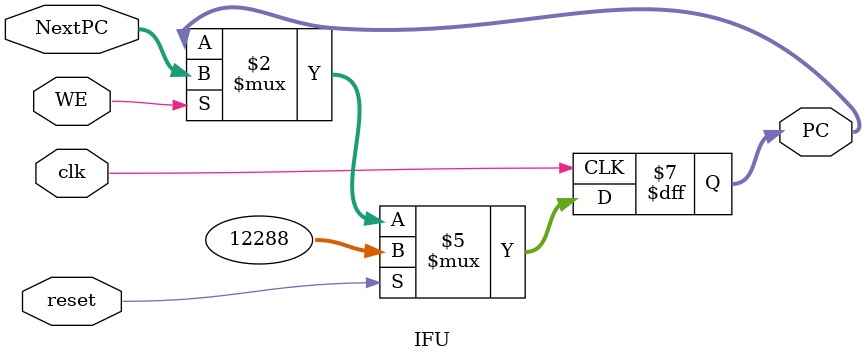
<source format=v>
`timescale 1ns / 1ps
`default_nettype none
`define InitPC 32'h0000_3000
module IFU (
    input wire clk,
    input wire reset,
    input wire WE,
    input wire [31:0] NextPC,
    output reg [31:0] PC
    // output wire [31:0] Instr
);
    // reg [31:0] IM[0:4095];
    // initial begin
        // $readmemh("../p5_testcode.txt", IM);
    //     $readmemh("code.txt", IM);
    //     PC = `InitPC;
    // end
    // integer i;
    always @(posedge clk) begin
        if (reset) begin
            // for (i = 0; i < 5; i = i + 1) begin
            //     $display("%d@%h", i, IM[i]);
            // end
            PC <= `InitPC;
        end else if (WE) begin
            PC <= NextPC;
        end
    end
    // wire [31:0] pc = PC - `InitPC;
    // assign Instr = IM[pc[13:2]];

endmodule

</source>
